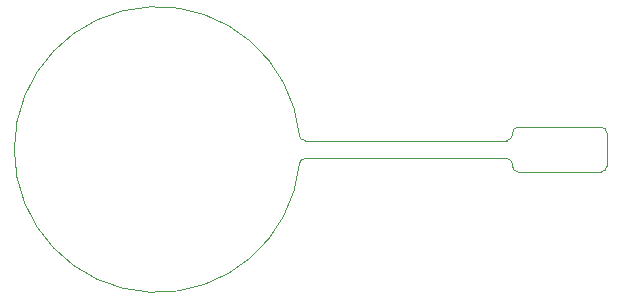
<source format=gm1>
G04 #@! TF.GenerationSoftware,KiCad,Pcbnew,(5.1.5-0-10_14)*
G04 #@! TF.CreationDate,2020-08-04T13:19:53-04:00*
G04 #@! TF.ProjectId,shio,7368696f-2e6b-4696-9361-645f70636258,rev?*
G04 #@! TF.SameCoordinates,Original*
G04 #@! TF.FileFunction,Profile,NP*
%FSLAX46Y46*%
G04 Gerber Fmt 4.6, Leading zero omitted, Abs format (unit mm)*
G04 Created by KiCad (PCBNEW (5.1.5-0-10_14)) date 2020-08-04 13:19:53*
%MOMM*%
%LPD*%
G04 APERTURE LIST*
%ADD10C,0.025000*%
G04 APERTURE END LIST*
D10*
X187770000Y-101409999D02*
G75*
G02X187270000Y-101909999I-500000J0D01*
G01*
X187770000Y-98610000D02*
X187770000Y-101409999D01*
X179270001Y-100759998D02*
G75*
G02X179770000Y-101259999I-1J-500000D01*
G01*
X179770000Y-101409998D02*
X179770000Y-101259999D01*
X180269999Y-101909999D02*
G75*
G02X179770000Y-101409998I1J500000D01*
G01*
X187270000Y-101909999D02*
X180270000Y-101909999D01*
X161733576Y-101210395D02*
G75*
G02X162231109Y-100759998I497533J-49603D01*
G01*
X179270000Y-100759998D02*
X162231109Y-100759998D01*
X179770000Y-98610000D02*
G75*
G02X180270000Y-98110000I500000J0D01*
G01*
X179770000Y-98760000D02*
X179770000Y-98610000D01*
X179770000Y-98760000D02*
G75*
G02X179270000Y-99260000I-500000J0D01*
G01*
X162231109Y-99259999D02*
X179270000Y-99260000D01*
X162231110Y-99259999D02*
G75*
G02X161733576Y-98809603I-1J500000D01*
G01*
X161733302Y-101213141D02*
G75*
G02X161733576Y-98809603I-12040035J1203142D01*
G01*
X187270000Y-98110000D02*
G75*
G02X187770000Y-98610000I0J-500000D01*
G01*
X180270000Y-98110000D02*
X187270000Y-98110000D01*
M02*

</source>
